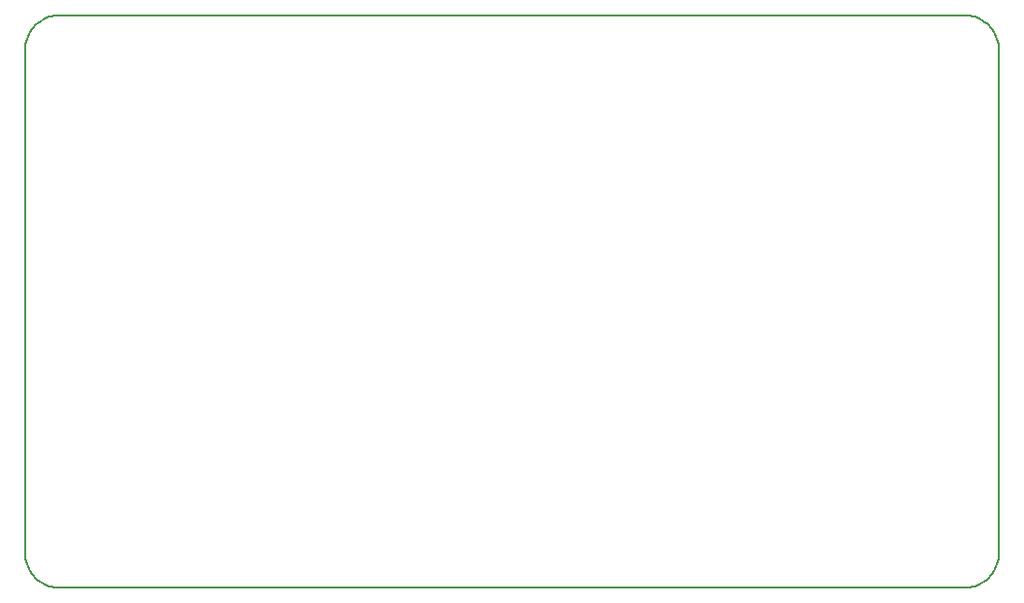
<source format=gbr>
G04 #@! TF.FileFunction,Profile,NP*
%FSLAX46Y46*%
G04 Gerber Fmt 4.6, Leading zero omitted, Abs format (unit mm)*
G04 Created by KiCad (PCBNEW 4.0.7) date Wednesday, July 11, 2018 'PMt' 04:07:28 PM*
%MOMM*%
%LPD*%
G01*
G04 APERTURE LIST*
%ADD10C,0.100000*%
%ADD11C,0.150000*%
G04 APERTURE END LIST*
D10*
D11*
X40500000Y-75000000D02*
X119500000Y-75000000D01*
X40500000Y-125000000D02*
X119500000Y-125000000D01*
X37500000Y-78000000D02*
X37500000Y-122000000D01*
X122500000Y-78000000D02*
X122500000Y-122000000D01*
X119500000Y-75000000D02*
X119735377Y-75009248D01*
X119735377Y-75009248D02*
X119969303Y-75036935D01*
X119969303Y-75036935D02*
X120200336Y-75082890D01*
X120200336Y-75082890D02*
X120427051Y-75146830D01*
X120427051Y-75146830D02*
X120648050Y-75228361D01*
X120648050Y-75228361D02*
X120861971Y-75326980D01*
X120861971Y-75326980D02*
X121067496Y-75442080D01*
X121067496Y-75442080D02*
X121263356Y-75572949D01*
X121263356Y-75572949D02*
X121448344Y-75718782D01*
X121448344Y-75718782D02*
X121621320Y-75878680D01*
X121621320Y-75878680D02*
X121781218Y-76051656D01*
X121781218Y-76051656D02*
X121927051Y-76236644D01*
X121927051Y-76236644D02*
X122057920Y-76432504D01*
X122057920Y-76432504D02*
X122173020Y-76638029D01*
X122173020Y-76638029D02*
X122271639Y-76851950D01*
X122271639Y-76851950D02*
X122353170Y-77072949D01*
X122353170Y-77072949D02*
X122417110Y-77299664D01*
X122417110Y-77299664D02*
X122463065Y-77530697D01*
X122463065Y-77530697D02*
X122490752Y-77764623D01*
X122490752Y-77764623D02*
X122500000Y-78000000D01*
X122500000Y-122000000D02*
X122490752Y-122235377D01*
X122490752Y-122235377D02*
X122463065Y-122469303D01*
X122463065Y-122469303D02*
X122417110Y-122700336D01*
X122417110Y-122700336D02*
X122353170Y-122927051D01*
X122353170Y-122927051D02*
X122271639Y-123148050D01*
X122271639Y-123148050D02*
X122173020Y-123361971D01*
X122173020Y-123361971D02*
X122057920Y-123567496D01*
X122057920Y-123567496D02*
X121927051Y-123763356D01*
X121927051Y-123763356D02*
X121781218Y-123948344D01*
X121781218Y-123948344D02*
X121621320Y-124121320D01*
X121621320Y-124121320D02*
X121448344Y-124281218D01*
X121448344Y-124281218D02*
X121263356Y-124427051D01*
X121263356Y-124427051D02*
X121067496Y-124557920D01*
X121067496Y-124557920D02*
X120861971Y-124673020D01*
X120861971Y-124673020D02*
X120648050Y-124771639D01*
X120648050Y-124771639D02*
X120427051Y-124853170D01*
X120427051Y-124853170D02*
X120200336Y-124917110D01*
X120200336Y-124917110D02*
X119969303Y-124963065D01*
X119969303Y-124963065D02*
X119735377Y-124990752D01*
X119735377Y-124990752D02*
X119500000Y-125000000D01*
X40500000Y-125000000D02*
X40264623Y-124990752D01*
X40264623Y-124990752D02*
X40030697Y-124963065D01*
X40030697Y-124963065D02*
X39799664Y-124917110D01*
X39799664Y-124917110D02*
X39572949Y-124853170D01*
X39572949Y-124853170D02*
X39351950Y-124771639D01*
X39351950Y-124771639D02*
X39138029Y-124673020D01*
X39138029Y-124673020D02*
X38932504Y-124557920D01*
X38932504Y-124557920D02*
X38736644Y-124427051D01*
X38736644Y-124427051D02*
X38551656Y-124281218D01*
X38551656Y-124281218D02*
X38378680Y-124121320D01*
X38378680Y-124121320D02*
X38218782Y-123948344D01*
X38218782Y-123948344D02*
X38072949Y-123763356D01*
X38072949Y-123763356D02*
X37942080Y-123567496D01*
X37942080Y-123567496D02*
X37826980Y-123361971D01*
X37826980Y-123361971D02*
X37728361Y-123148050D01*
X37728361Y-123148050D02*
X37646830Y-122927051D01*
X37646830Y-122927051D02*
X37582890Y-122700336D01*
X37582890Y-122700336D02*
X37536935Y-122469303D01*
X37536935Y-122469303D02*
X37509248Y-122235377D01*
X37509248Y-122235377D02*
X37500000Y-122000000D01*
X37500000Y-78000000D02*
X37509248Y-77764623D01*
X37509248Y-77764623D02*
X37536935Y-77530697D01*
X37536935Y-77530697D02*
X37582890Y-77299664D01*
X37582890Y-77299664D02*
X37646830Y-77072949D01*
X37646830Y-77072949D02*
X37728361Y-76851950D01*
X37728361Y-76851950D02*
X37826980Y-76638029D01*
X37826980Y-76638029D02*
X37942080Y-76432504D01*
X37942080Y-76432504D02*
X38072949Y-76236644D01*
X38072949Y-76236644D02*
X38218782Y-76051656D01*
X38218782Y-76051656D02*
X38378680Y-75878680D01*
X38378680Y-75878680D02*
X38551656Y-75718782D01*
X38551656Y-75718782D02*
X38736644Y-75572949D01*
X38736644Y-75572949D02*
X38932504Y-75442080D01*
X38932504Y-75442080D02*
X39138029Y-75326980D01*
X39138029Y-75326980D02*
X39351950Y-75228361D01*
X39351950Y-75228361D02*
X39572949Y-75146830D01*
X39572949Y-75146830D02*
X39799664Y-75082890D01*
X39799664Y-75082890D02*
X40030697Y-75036935D01*
X40030697Y-75036935D02*
X40264623Y-75009248D01*
X40264623Y-75009248D02*
X40500000Y-75000000D01*
M02*

</source>
